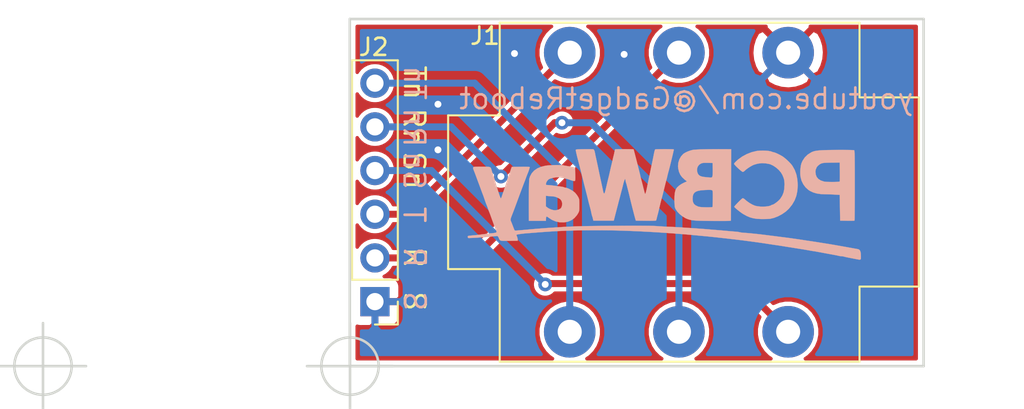
<source format=kicad_pcb>
(kicad_pcb (version 20171130) (host pcbnew "(5.1.2-1)-1")

  (general
    (thickness 1.6)
    (drawings 19)
    (tracks 30)
    (zones 0)
    (modules 3)
    (nets 7)
  )

  (page A4)
  (layers
    (0 F.Cu signal)
    (31 B.Cu signal)
    (32 B.Adhes user hide)
    (33 F.Adhes user hide)
    (34 B.Paste user hide)
    (35 F.Paste user)
    (36 B.SilkS user)
    (37 F.SilkS user)
    (38 B.Mask user hide)
    (39 F.Mask user hide)
    (40 Dwgs.User user hide)
    (41 Cmts.User user hide)
    (42 Eco1.User user hide)
    (43 Eco2.User user hide)
    (44 Edge.Cuts user)
    (45 Margin user hide)
    (46 B.CrtYd user hide)
    (47 F.CrtYd user hide)
    (48 B.Fab user hide)
    (49 F.Fab user hide)
  )

  (setup
    (last_trace_width 0.4064)
    (user_trace_width 0.2032)
    (user_trace_width 0.254)
    (user_trace_width 0.3048)
    (user_trace_width 0.4064)
    (user_trace_width 0.6096)
    (user_trace_width 1.016)
    (trace_clearance 0.2)
    (zone_clearance 0.508)
    (zone_45_only no)
    (trace_min 0.1524)
    (via_size 0.8)
    (via_drill 0.4)
    (via_min_size 0.658)
    (via_min_drill 0.3)
    (uvia_size 0.3)
    (uvia_drill 0.1)
    (uvias_allowed no)
    (uvia_min_size 0.2)
    (uvia_min_drill 0.1)
    (edge_width 0.15)
    (segment_width 0.2)
    (pcb_text_width 0.3)
    (pcb_text_size 1.5 1.5)
    (mod_edge_width 0.15)
    (mod_text_size 0.8 0.8)
    (mod_text_width 0.15)
    (pad_size 1.7 1.7)
    (pad_drill 1)
    (pad_to_mask_clearance 0)
    (aux_axis_origin 184.15 137.021)
    (grid_origin 184.15 137.021)
    (visible_elements FFFFFF7F)
    (pcbplotparams
      (layerselection 0x010f0_ffffffff)
      (usegerberextensions false)
      (usegerberattributes false)
      (usegerberadvancedattributes false)
      (creategerberjobfile false)
      (excludeedgelayer true)
      (linewidth 0.152400)
      (plotframeref false)
      (viasonmask false)
      (mode 1)
      (useauxorigin false)
      (hpglpennumber 1)
      (hpglpenspeed 20)
      (hpglpendiameter 15.000000)
      (psnegative false)
      (psa4output false)
      (plotreference true)
      (plotvalue false)
      (plotinvisibletext false)
      (padsonsilk false)
      (subtractmaskfromsilk false)
      (outputformat 1)
      (mirror false)
      (drillshape 0)
      (scaleselection 1)
      (outputdirectory "Output/"))
  )

  (net 0 "")
  (net 1 "Net-(J1-PadR)")
  (net 2 "Net-(J1-PadS)")
  (net 3 "Net-(J1-PadT)")
  (net 4 "Net-(J1-PadRN)")
  (net 5 "Net-(J1-PadSN)")
  (net 6 "Net-(J1-PadTN)")

  (net_class Default "This is the default net class."
    (clearance 0.2)
    (trace_width 0.25)
    (via_dia 0.8)
    (via_drill 0.4)
    (uvia_dia 0.3)
    (uvia_drill 0.1)
    (add_net "Net-(J1-PadR)")
    (add_net "Net-(J1-PadRN)")
    (add_net "Net-(J1-PadS)")
    (add_net "Net-(J1-PadSN)")
    (add_net "Net-(J1-PadT)")
    (add_net "Net-(J1-PadTN)")
  )

  (net_class PWR ""
    (clearance 0.254)
    (trace_width 0.508)
    (via_dia 0.8)
    (via_drill 0.4)
    (uvia_dia 0.3)
    (uvia_drill 0.1)
  )

  (net_class Signals ""
    (clearance 0.254)
    (trace_width 0.4064)
    (via_dia 0.8)
    (via_drill 0.4)
    (uvia_dia 0.3)
    (uvia_drill 0.1)
  )

  (module "_Custom_Footprints:pcb way logo" locked (layer B.Cu) (tedit 0) (tstamp 601A8939)
    (at 202.436 128.296 180)
    (fp_text reference G*** (at 0 0) (layer B.SilkS) hide
      (effects (font (size 1.524 1.524) (thickness 0.3)) (justify mirror))
    )
    (fp_text value LOGO (at 0.75 0) (layer B.SilkS) hide
      (effects (font (size 1.524 1.524) (thickness 0.3)) (justify mirror))
    )
    (fp_poly (pts (xy -5.560911 3.803272) (xy -5.401501 3.788201) (xy -5.361481 3.782119) (xy -5.076571 3.712881)
      (xy -4.795154 3.603568) (xy -4.529552 3.460411) (xy -4.292089 3.289645) (xy -4.172403 3.180698)
      (xy -4.104182 3.111351) (xy -4.067054 3.067069) (xy -4.056004 3.037177) (xy -4.066021 3.011004)
      (xy -4.082614 2.98951) (xy -4.145914 2.918544) (xy -4.226202 2.837772) (xy -4.314442 2.755176)
      (xy -4.401595 2.678736) (xy -4.478625 2.616435) (xy -4.536493 2.576255) (xy -4.562821 2.5654)
      (xy -4.611019 2.583036) (xy -4.669978 2.627085) (xy -4.687898 2.644802) (xy -4.765385 2.713937)
      (xy -4.873187 2.793114) (xy -4.995161 2.871822) (xy -5.115163 2.939552) (xy -5.204077 2.980846)
      (xy -5.433434 3.047431) (xy -5.676004 3.074538) (xy -5.9055 3.060961) (xy -6.008013 3.043887)
      (xy -6.095873 3.026926) (xy -6.152947 3.013246) (xy -6.1595 3.01109) (xy -6.334764 2.928043)
      (xy -6.505094 2.813034) (xy -6.658737 2.676321) (xy -6.783938 2.528159) (xy -6.859486 2.4003)
      (xy -6.918748 2.264428) (xy -6.956631 2.151699) (xy -6.977719 2.041597) (xy -6.986598 1.913602)
      (xy -6.987951 1.825497) (xy -6.975849 1.585018) (xy -6.935027 1.377938) (xy -6.862071 1.193607)
      (xy -6.753568 1.021377) (xy -6.714078 0.971088) (xy -6.653022 0.907088) (xy -6.572446 0.836536)
      (xy -6.484014 0.768037) (xy -6.399391 0.710197) (xy -6.33024 0.671621) (xy -6.292974 0.6604)
      (xy -6.243816 0.646042) (xy -6.23443 0.639417) (xy -6.162525 0.601646) (xy -6.051915 0.573469)
      (xy -5.913856 0.555281) (xy -5.759604 0.547474) (xy -5.600413 0.550441) (xy -5.447539 0.564576)
      (xy -5.312237 0.59027) (xy -5.260917 0.605425) (xy -5.107137 0.671914) (xy -4.942548 0.767067)
      (xy -4.78661 0.878755) (xy -4.69571 0.957705) (xy -4.628347 1.011261) (xy -4.571856 1.036723)
      (xy -4.55601 1.037218) (xy -4.52428 1.017224) (xy -4.467719 0.968773) (xy -4.394591 0.900253)
      (xy -4.313161 0.820054) (xy -4.231693 0.736565) (xy -4.158452 0.658174) (xy -4.101702 0.59327)
      (xy -4.069709 0.550244) (xy -4.065589 0.539418) (xy -4.086112 0.510392) (xy -4.139138 0.459079)
      (xy -4.215794 0.392666) (xy -4.307208 0.31834) (xy -4.404508 0.243287) (xy -4.498819 0.174696)
      (xy -4.581271 0.119752) (xy -4.591249 0.113626) (xy -4.791482 0.003248) (xy -4.983731 -0.077389)
      (xy -5.181082 -0.131596) (xy -5.396619 -0.162684) (xy -5.64343 -0.173966) (xy -5.7277 -0.173965)
      (xy -5.862372 -0.172168) (xy -5.983352 -0.169393) (xy -6.07926 -0.165985) (xy -6.138712 -0.162287)
      (xy -6.1468 -0.161319) (xy -6.375963 -0.106574) (xy -6.613318 -0.013754) (xy -6.844756 0.109575)
      (xy -7.056167 0.255847) (xy -7.23344 0.417494) (xy -7.2406 0.425239) (xy -7.431262 0.662584)
      (xy -7.575989 0.91087) (xy -7.676975 1.175961) (xy -7.736416 1.463719) (xy -7.756507 1.78001)
      (xy -7.756496 1.8034) (xy -7.736786 2.124543) (xy -7.679727 2.414522) (xy -7.584026 2.67796)
      (xy -7.448391 2.919476) (xy -7.441557 2.929567) (xy -7.361341 3.030988) (xy -7.252021 3.147527)
      (xy -7.127068 3.266597) (xy -6.999958 3.37561) (xy -6.884164 3.461979) (xy -6.8453 3.486617)
      (xy -6.739634 3.545704) (xy -6.62761 3.602647) (xy -6.520935 3.652104) (xy -6.431316 3.688736)
      (xy -6.370457 3.7072) (xy -6.359195 3.7084) (xy -6.307149 3.719548) (xy -6.279806 3.731066)
      (xy -6.187409 3.762905) (xy -6.057033 3.786728) (xy -5.900965 3.801853) (xy -5.731495 3.807595)
      (xy -5.560911 3.803272)) (layer B.SilkS) (width 0.01))
    (fp_poly (pts (xy 2.532456 3.889832) (xy 2.657716 3.888599) (xy 2.760042 3.886628) (xy 2.830218 3.883908)
      (xy 2.859028 3.880425) (xy 2.859131 3.880335) (xy 2.870932 3.849669) (xy 2.886371 3.786168)
      (xy 2.894808 3.743361) (xy 2.914947 3.643707) (xy 2.937976 3.544555) (xy 2.944905 3.5179)
      (xy 2.967687 3.428532) (xy 2.992133 3.324997) (xy 3.000082 3.2893) (xy 3.021346 3.193811)
      (xy 3.042446 3.102438) (xy 3.0494 3.0734) (xy 3.069674 2.990274) (xy 3.093142 2.894069)
      (xy 3.098966 2.8702) (xy 3.119846 2.781561) (xy 3.144823 2.671285) (xy 3.162504 2.5908)
      (xy 3.186527 2.483626) (xy 3.217016 2.353188) (xy 3.247891 2.225449) (xy 3.251763 2.2098)
      (xy 3.279067 2.09902) (xy 3.304077 1.996127) (xy 3.322385 1.91929) (xy 3.325692 1.905)
      (xy 3.370361 1.711357) (xy 3.405943 1.562349) (xy 3.434031 1.452947) (xy 3.456219 1.378121)
      (xy 3.474099 1.332842) (xy 3.489267 1.312082) (xy 3.503315 1.31081) (xy 3.511903 1.317344)
      (xy 3.532784 1.356941) (xy 3.552951 1.423368) (xy 3.556475 1.439407) (xy 3.566748 1.489444)
      (xy 3.578581 1.54598) (xy 3.59377 1.617408) (xy 3.614111 1.712121) (xy 3.6414 1.838512)
      (xy 3.677433 2.004974) (xy 3.683288 2.032) (xy 3.72666 2.233467) (xy 3.769819 2.436234)
      (xy 3.808996 2.622505) (xy 3.836623 2.7559) (xy 3.852659 2.832388) (xy 3.876453 2.943748)
      (xy 3.904813 3.075248) (xy 3.934547 3.212156) (xy 3.962463 3.339738) (xy 3.985368 3.443262)
      (xy 3.990713 3.4671) (xy 4.010052 3.559329) (xy 4.026819 3.649305) (xy 4.028207 3.6576)
      (xy 4.055076 3.774527) (xy 4.089715 3.85244) (xy 4.129567 3.885945) (xy 4.136931 3.886841)
      (xy 4.345495 3.88905) (xy 4.54253 3.889209) (xy 4.721766 3.88747) (xy 4.876936 3.883988)
      (xy 5.001773 3.878914) (xy 5.090008 3.872402) (xy 5.135374 3.864605) (xy 5.139404 3.862356)
      (xy 5.145247 3.849252) (xy 5.146076 3.823156) (xy 5.140926 3.779807) (xy 5.128834 3.714939)
      (xy 5.108838 3.624291) (xy 5.079975 3.503597) (xy 5.04128 3.348596) (xy 4.991792 3.155022)
      (xy 4.930548 2.918613) (xy 4.898082 2.794) (xy 4.865476 2.667856) (xy 4.83542 2.549524)
      (xy 4.811568 2.453503) (xy 4.798909 2.4003) (xy 4.775787 2.303417) (xy 4.750453 2.204447)
      (xy 4.748478 2.1971) (xy 4.72461 2.105348) (xy 4.702627 2.015622) (xy 4.700529 2.0066)
      (xy 4.684254 1.939014) (xy 4.659926 1.841453) (xy 4.632337 1.733091) (xy 4.627545 1.7145)
      (xy 4.574801 1.509431) (xy 4.526752 1.320887) (xy 4.485181 1.155968) (xy 4.451871 1.021776)
      (xy 4.428604 0.925408) (xy 4.420272 0.889) (xy 4.40403 0.821688) (xy 4.378762 0.72453)
      (xy 4.349429 0.61652) (xy 4.343963 0.5969) (xy 4.313978 0.486584) (xy 4.286853 0.381281)
      (xy 4.267782 0.301257) (xy 4.265814 0.2921) (xy 4.247455 0.204485) (xy 4.230429 0.123255)
      (xy 4.228551 0.1143) (xy 4.209852 0.04085) (xy 4.19199 -0.0127) (xy 4.173206 -0.070618)
      (xy 4.153088 -0.148808) (xy 4.149453 -0.1651) (xy 4.1275 -0.2667) (xy 2.938047 -0.2667)
      (xy 2.893177 -0.0889) (xy 2.868086 0.009446) (xy 2.83473 0.138709) (xy 2.797818 0.280692)
      (xy 2.76824 0.3937) (xy 2.735111 0.520353) (xy 2.704769 0.637322) (xy 2.680656 0.731281)
      (xy 2.666575 0.7874) (xy 2.644522 0.873764) (xy 2.619149 0.967425) (xy 2.6162 0.9779)
      (xy 2.591168 1.069487) (xy 2.568004 1.159124) (xy 2.56572 1.1684) (xy 2.548617 1.235871)
      (xy 2.523171 1.333261) (xy 2.494379 1.441473) (xy 2.489262 1.4605) (xy 2.458044 1.578672)
      (xy 2.427239 1.699113) (xy 2.403136 1.797197) (xy 2.401672 1.8034) (xy 2.366409 1.941706)
      (xy 2.333436 2.049421) (xy 2.304562 2.122787) (xy 2.281593 2.158044) (xy 2.266338 2.151435)
      (xy 2.260605 2.0992) (xy 2.2606 2.096696) (xy 2.250875 2.020759) (xy 2.237845 1.976046)
      (xy 2.216552 1.912822) (xy 2.193209 1.831697) (xy 2.18914 1.8161) (xy 2.164181 1.718938)
      (xy 2.138513 1.619802) (xy 2.136715 1.6129) (xy 2.105263 1.490582) (xy 2.071717 1.357498)
      (xy 2.040364 1.230881) (xy 2.015491 1.127962) (xy 2.00715 1.0922) (xy 1.979587 0.975023)
      (xy 1.9433 0.825859) (xy 1.901119 0.655861) (xy 1.855878 0.476179) (xy 1.810407 0.297964)
      (xy 1.767539 0.132369) (xy 1.730106 -0.009457) (xy 1.700939 -0.116362) (xy 1.694299 -0.1397)
      (xy 1.657617 -0.2667) (xy 1.069491 -0.273519) (xy 0.872546 -0.275198) (xy 0.721329 -0.274957)
      (xy 0.610798 -0.27258) (xy 0.535909 -0.267853) (xy 0.491621 -0.260563) (xy 0.47289 -0.250495)
      (xy 0.471765 -0.248119) (xy 0.460509 -0.205967) (xy 0.442497 -0.134359) (xy 0.431364 -0.0889)
      (xy 0.408486 0.002528) (xy 0.386331 0.086547) (xy 0.378578 0.1143) (xy 0.363845 0.169982)
      (xy 0.341079 0.261377) (xy 0.313671 0.3747) (xy 0.291144 0.4699) (xy 0.259688 0.604058)
      (xy 0.236509 0.70208) (xy 0.218289 0.777292) (xy 0.201711 0.843018) (xy 0.183458 0.912583)
      (xy 0.160214 0.999311) (xy 0.148882 1.0414) (xy 0.117117 1.160106) (xy 0.0908 1.260746)
      (xy 0.064449 1.364659) (xy 0.032584 1.493186) (xy 0.026561 1.51765) (xy 0.001936 1.617732)
      (xy -0.023503 1.721121) (xy -0.026562 1.73355) (xy -0.062832 1.879468) (xy -0.091806 1.99217)
      (xy -0.117699 2.087917) (xy -0.126945 2.1209) (xy -0.151296 2.214274) (xy -0.175148 2.316539)
      (xy -0.179472 2.3368) (xy -0.202089 2.433961) (xy -0.230564 2.541967) (xy -0.240947 2.5781)
      (xy -0.261252 2.650877) (xy -0.288878 2.756031) (xy -0.321933 2.885733) (xy -0.35852 3.032157)
      (xy -0.396745 3.187475) (xy -0.434712 3.343858) (xy -0.470528 3.49348) (xy -0.502296 3.628511)
      (xy -0.528122 3.741125) (xy -0.546111 3.823494) (xy -0.554369 3.86779) (xy -0.554459 3.873179)
      (xy -0.523918 3.878961) (xy -0.45192 3.883555) (xy -0.347737 3.886966) (xy -0.220638 3.889198)
      (xy -0.079893 3.890258) (xy 0.065228 3.890149) (xy 0.205456 3.888878) (xy 0.33152 3.886448)
      (xy 0.434151 3.882866) (xy 0.504078 3.878137) (xy 0.53178 3.87258) (xy 0.547402 3.846288)
      (xy 0.564882 3.793606) (xy 0.585844 3.708127) (xy 0.611912 3.58344) (xy 0.634504 3.4671)
      (xy 0.654403 3.365556) (xy 0.680383 3.237027) (xy 0.708666 3.099806) (xy 0.735475 2.97219)
      (xy 0.757031 2.872473) (xy 0.760377 2.8575) (xy 0.77832 2.774039) (xy 0.799698 2.669324)
      (xy 0.812631 2.6035) (xy 0.832633 2.503627) (xy 0.852741 2.409423) (xy 0.8636 2.3622)
      (xy 0.880611 2.286843) (xy 0.901294 2.187928) (xy 0.914568 2.1209) (xy 0.934794 2.017764)
      (xy 0.955077 1.917249) (xy 0.965565 1.8669) (xy 0.982392 1.78543) (xy 1.003342 1.680704)
      (xy 1.018543 1.60292) (xy 1.040573 1.500504) (xy 1.065117 1.403678) (xy 1.081736 1.34892)
      (xy 1.101631 1.298561) (xy 1.116971 1.287401) (xy 1.133013 1.318881) (xy 1.155009 1.396442)
      (xy 1.155156 1.397) (xy 1.173674 1.466752) (xy 1.195299 1.547245) (xy 1.195882 1.5494)
      (xy 1.218315 1.636652) (xy 1.240966 1.730949) (xy 1.243013 1.7399) (xy 1.260969 1.814112)
      (xy 1.287227 1.916925) (xy 1.316569 2.027975) (xy 1.321081 2.0447) (xy 1.350151 2.155161)
      (xy 1.376501 2.260569) (xy 1.395068 2.340579) (xy 1.396944 2.3495) (xy 1.409668 2.405685)
      (xy 1.43209 2.498761) (xy 1.462353 2.621461) (xy 1.498601 2.766515) (xy 1.538978 2.926655)
      (xy 1.581626 3.094614) (xy 1.624689 3.263123) (xy 1.666311 3.424914) (xy 1.704635 3.572717)
      (xy 1.737804 3.699266) (xy 1.763962 3.797292) (xy 1.781252 3.859527) (xy 1.787604 3.878872)
      (xy 1.815362 3.882449) (xy 1.884695 3.885376) (xy 1.986389 3.887641) (xy 2.111228 3.889232)
      (xy 2.249996 3.890136) (xy 2.393477 3.89034) (xy 2.532456 3.889832)) (layer B.SilkS) (width 0.01))
    (fp_poly (pts (xy -10.126591 3.844228) (xy -9.929313 3.843139) (xy -9.735945 3.841192) (xy -9.553325 3.838394)
      (xy -9.38829 3.834755) (xy -9.247678 3.830284) (xy -9.138327 3.824989) (xy -9.1313 3.824541)
      (xy -8.956587 3.810675) (xy -8.820741 3.793302) (xy -8.711841 3.770008) (xy -8.617965 3.738376)
      (xy -8.5471 3.706161) (xy -8.339348 3.575875) (xy -8.169537 3.411834) (xy -8.037919 3.214314)
      (xy -7.972923 3.067989) (xy -7.940297 2.945556) (xy -7.917438 2.789796) (xy -7.905442 2.617438)
      (xy -7.905406 2.44521) (xy -7.918428 2.289839) (xy -7.920839 2.273633) (xy -7.978841 2.053731)
      (xy -8.078306 1.848794) (xy -8.213134 1.667826) (xy -8.377223 1.519831) (xy -8.473314 1.458208)
      (xy -8.658103 1.371987) (xy -8.859803 1.312819) (xy -9.08855 1.278442) (xy -9.331367 1.266769)
      (xy -9.489371 1.263875) (xy -9.664856 1.258708) (xy -9.831707 1.252114) (xy -9.9187 1.247719)
      (xy -10.1981 1.2319) (xy -10.2235 -0.2667) (xy -10.631411 -0.273655) (xy -10.77054 -0.27497)
      (xy -10.891505 -0.274108) (xy -10.985333 -0.271294) (xy -11.04305 -0.266751) (xy -11.056861 -0.263072)
      (xy -11.059598 -0.235523) (xy -11.062204 -0.161025) (xy -11.064646 -0.04343) (xy -11.066891 0.113411)
      (xy -11.068906 0.305646) (xy -11.070657 0.529424) (xy -11.072113 0.780894) (xy -11.073239 1.056204)
      (xy -11.074003 1.351503) (xy -11.074371 1.662939) (xy -11.0744 1.780735) (xy -11.074244 2.164842)
      (xy -11.074084 2.273478) (xy -10.206686 2.273478) (xy -10.205711 2.153396) (xy -10.203623 2.065736)
      (xy -10.200501 2.018535) (xy -10.19943 2.013607) (xy -10.170509 2.001425) (xy -10.100654 1.991956)
      (xy -9.999658 1.985252) (xy -9.87732 1.981367) (xy -9.743433 1.980352) (xy -9.607793 1.98226)
      (xy -9.480196 1.987143) (xy -9.370437 1.995054) (xy -9.288312 2.006046) (xy -9.275898 2.008657)
      (xy -9.094353 2.069302) (xy -8.955111 2.157988) (xy -8.857953 2.274965) (xy -8.802659 2.420484)
      (xy -8.7884 2.56289) (xy -8.792343 2.646367) (xy -8.802568 2.7078) (xy -8.8138 2.7305)
      (xy -8.835581 2.766536) (xy -8.8392 2.792544) (xy -8.857061 2.834911) (xy -8.902809 2.893041)
      (xy -8.940235 2.930168) (xy -9.005333 2.985814) (xy -9.066813 3.028095) (xy -9.133035 3.058917)
      (xy -9.21236 3.080186) (xy -9.313151 3.093808) (xy -9.443767 3.101691) (xy -9.612571 3.105741)
      (xy -9.7155 3.106939) (xy -10.1981 3.1115) (xy -10.204983 2.578757) (xy -10.20647 2.417944)
      (xy -10.206686 2.273478) (xy -11.074084 2.273478) (xy -11.073747 2.500914) (xy -11.072867 2.791711)
      (xy -11.071559 3.039997) (xy -11.069782 3.248535) (xy -11.067493 3.420088) (xy -11.064649 3.557417)
      (xy -11.061207 3.663286) (xy -11.057123 3.740457) (xy -11.052356 3.791693) (xy -11.046863 3.819757)
      (xy -11.04265 3.827039) (xy -11.009458 3.832215) (xy -10.932311 3.83647) (xy -10.818049 3.839811)
      (xy -10.673508 3.842249) (xy -10.505526 3.843791) (xy -10.320941 3.844448) (xy -10.126591 3.844228)) (layer B.SilkS) (width 0.01))
    (fp_poly (pts (xy -2.826161 3.888604) (xy -2.547899 3.885702) (xy -2.298297 3.881231) (xy -2.081536 3.875271)
      (xy -1.901796 3.867901) (xy -1.76326 3.859201) (xy -1.670106 3.849252) (xy -1.652043 3.846118)
      (xy -1.511814 3.809359) (xy -1.36666 3.756716) (xy -1.233173 3.695249) (xy -1.127946 3.632021)
      (xy -1.102665 3.612326) (xy -0.971639 3.468909) (xy -0.874304 3.295237) (xy -0.814414 3.102098)
      (xy -0.795727 2.90028) (xy -0.808041 2.766075) (xy -0.85569 2.566701) (xy -0.928239 2.401811)
      (xy -1.03359 2.258017) (xy -1.179645 2.121929) (xy -1.19592 2.108919) (xy -1.314522 2.015169)
      (xy -1.149826 1.94342) (xy -0.999404 1.865906) (xy -0.86345 1.773398) (xy -0.754307 1.675281)
      (xy -0.692679 1.595897) (xy -0.643674 1.485989) (xy -0.610219 1.343592) (xy -0.591599 1.163695)
      (xy -0.587101 0.94129) (xy -0.588446 0.8636) (xy -0.592987 0.719002) (xy -0.59942 0.614043)
      (xy -0.609397 0.537564) (xy -0.624572 0.478406) (xy -0.646597 0.425408) (xy -0.656151 0.4064)
      (xy -0.753876 0.260044) (xy -0.889112 0.116632) (xy -1.049198 -0.012941) (xy -1.221469 -0.117778)
      (xy -1.31437 -0.159979) (xy -1.391698 -0.188515) (xy -1.470346 -0.212198) (xy -1.55594 -0.231518)
      (xy -1.654109 -0.246962) (xy -1.770477 -0.259017) (xy -1.910673 -0.268171) (xy -2.080323 -0.274912)
      (xy -2.285053 -0.279728) (xy -2.530491 -0.283105) (xy -2.757815 -0.285084) (xy -2.977534 -0.286331)
      (xy -3.18365 -0.286837) (xy -3.370072 -0.286637) (xy -3.530713 -0.285766) (xy -3.659482 -0.284259)
      (xy -3.750292 -0.28215) (xy -3.797052 -0.279474) (xy -3.799215 -0.279151) (xy -3.8735 -0.266203)
      (xy -3.878041 1.184547) (xy -2.818582 1.184547) (xy -2.817073 1.021154) (xy -2.816858 1.00502)
      (xy -2.814295 0.856885) (xy -2.810974 0.726325) (xy -2.807198 0.621829) (xy -2.803269 0.551884)
      (xy -2.7998 0.525388) (xy -2.771866 0.518289) (xy -2.702553 0.512947) (xy -2.601262 0.509762)
      (xy -2.477397 0.509135) (xy -2.429524 0.509607) (xy -2.265057 0.513623) (xy -2.14102 0.521235)
      (xy -2.047109 0.533535) (xy -1.973015 0.551613) (xy -1.9466 0.560712) (xy -1.812717 0.625543)
      (xy -1.721436 0.707944) (xy -1.66763 0.815751) (xy -1.646173 0.956802) (xy -1.64544 1.021055)
      (xy -1.656934 1.158) (xy -1.689294 1.267668) (xy -1.747132 1.353053) (xy -1.835059 1.417148)
      (xy -1.957686 1.462946) (xy -2.119625 1.493441) (xy -2.325487 1.511627) (xy -2.407225 1.515575)
      (xy -2.557358 1.520242) (xy -2.663947 1.519852) (xy -2.734033 1.51405) (xy -2.774655 1.502482)
      (xy -2.783707 1.496603) (xy -2.797929 1.477928) (xy -2.808051 1.444461) (xy -2.814549 1.389125)
      (xy -2.8179 1.304845) (xy -2.818582 1.184547) (xy -3.878041 1.184547) (xy -3.879999 1.809999)
      (xy -3.88244 2.590112) (xy -2.813181 2.590112) (xy -2.810644 2.467993) (xy -2.805187 2.370719)
      (xy -2.797283 2.309616) (xy -2.79461 2.300304) (xy -2.783084 2.271876) (xy -2.768266 2.252865)
      (xy -2.741647 2.242352) (xy -2.694719 2.239416) (xy -2.618975 2.243138) (xy -2.505906 2.252598)
      (xy -2.422709 2.260096) (xy -2.259121 2.280214) (xy -2.137508 2.309326) (xy -2.049305 2.351297)
      (xy -1.985948 2.409991) (xy -1.945487 2.475399) (xy -1.902792 2.61068) (xy -1.902858 2.746357)
      (xy -1.942613 2.871848) (xy -2.018982 2.976572) (xy -2.109711 3.041016) (xy -2.165453 3.066011)
      (xy -2.221264 3.081986) (xy -2.289857 3.090538) (xy -2.383946 3.093267) (xy -2.513896 3.091816)
      (xy -2.805291 3.0861) (xy -2.812327 2.725754) (xy -2.813181 2.590112) (xy -3.88244 2.590112)
      (xy -3.886497 3.8862) (xy -3.791099 3.887089) (xy -3.451942 3.889377) (xy -3.128903 3.889855)
      (xy -2.826161 3.888604)) (layer B.SilkS) (width 0.01))
    (fp_poly (pts (xy 6.374051 2.963366) (xy 6.534973 2.958054) (xy 6.687105 2.949813) (xy 6.818563 2.938907)
      (xy 6.9088 2.927132) (xy 7.166464 2.864128) (xy 7.386143 2.769718) (xy 7.56685 2.644696)
      (xy 7.707601 2.489858) (xy 7.807409 2.305998) (xy 7.85082 2.167245) (xy 7.856694 2.116434)
      (xy 7.861997 2.019777) (xy 7.866681 1.882223) (xy 7.870695 1.708723) (xy 7.873989 1.504228)
      (xy 7.876515 1.273689) (xy 7.878221 1.022055) (xy 7.879059 0.754277) (xy 7.878978 0.475307)
      (xy 7.877928 0.190094) (xy 7.87586 -0.096411) (xy 7.874744 -0.20955) (xy 7.874 -0.2794)
      (xy 6.8834 -0.2794) (xy 6.881614 -0.18415) (xy 6.875988 -0.087279) (xy 6.859568 -0.037279)
      (xy 6.826213 -0.030437) (xy 6.769778 -0.063037) (xy 6.730917 -0.093022) (xy 6.528512 -0.224926)
      (xy 6.305413 -0.316199) (xy 6.070831 -0.364866) (xy 5.833973 -0.368954) (xy 5.620289 -0.331176)
      (xy 5.41391 -0.248277) (xy 5.235986 -0.123391) (xy 5.087186 0.042941) (xy 5.014508 0.158159)
      (xy 4.984619 0.214355) (xy 4.964065 0.263604) (xy 4.951101 0.317165) (xy 4.943982 0.386294)
      (xy 4.940965 0.482249) (xy 4.940303 0.616287) (xy 4.9403 0.637007) (xy 4.940719 0.754567)
      (xy 5.939747 0.754567) (xy 5.945868 0.621594) (xy 5.949934 0.60325) (xy 5.985283 0.499964)
      (xy 6.038919 0.43254) (xy 6.124436 0.386614) (xy 6.169343 0.371435) (xy 6.275488 0.343441)
      (xy 6.362466 0.335245) (xy 6.453554 0.346858) (xy 6.54929 0.371648) (xy 6.64924 0.40918)
      (xy 6.745627 0.459168) (xy 6.78815 0.488082) (xy 6.8834 0.563069) (xy 6.8834 1.175704)
      (xy 6.67385 1.156668) (xy 6.571854 1.147871) (xy 6.486772 1.141384) (xy 6.433388 1.138311)
      (xy 6.4262 1.138211) (xy 6.363068 1.126765) (xy 6.274708 1.096245) (xy 6.179029 1.054403)
      (xy 6.093942 1.008994) (xy 6.041338 0.971591) (xy 5.972709 0.875821) (xy 5.939747 0.754567)
      (xy 4.940719 0.754567) (xy 4.940799 0.776953) (xy 4.943465 0.877469) (xy 4.950044 0.949922)
      (xy 4.962286 1.00568) (xy 4.98194 1.056111) (xy 5.010753 1.112582) (xy 5.014534 1.119607)
      (xy 5.077448 1.217687) (xy 5.1574 1.318344) (xy 5.205034 1.368558) (xy 5.285856 1.433962)
      (xy 5.389578 1.501342) (xy 5.502645 1.563625) (xy 5.6115 1.613736) (xy 5.702589 1.644604)
      (xy 5.746355 1.651) (xy 5.803451 1.659476) (xy 5.83057 1.67261) (xy 5.865458 1.685566)
      (xy 5.937495 1.701337) (xy 6.033337 1.717163) (xy 6.0706 1.722278) (xy 6.205962 1.739909)
      (xy 6.35533 1.759424) (xy 6.486908 1.776669) (xy 6.4897 1.777036) (xy 6.600417 1.789978)
      (xy 6.704469 1.799414) (xy 6.781362 1.803521) (xy 6.78815 1.803568) (xy 6.851035 1.807548)
      (xy 6.877931 1.826093) (xy 6.8834 1.865449) (xy 6.863629 1.950347) (xy 6.812914 2.041152)
      (xy 6.744146 2.118098) (xy 6.697419 2.150531) (xy 6.612845 2.183516) (xy 6.497012 2.21509)
      (xy 6.369385 2.241073) (xy 6.249429 2.257284) (xy 6.184899 2.2606) (xy 6.081305 2.252234)
      (xy 5.945471 2.229454) (xy 5.792701 2.195742) (xy 5.6383 2.154581) (xy 5.497572 2.109451)
      (xy 5.461 2.095925) (xy 5.373424 2.066142) (xy 5.290712 2.044044) (xy 5.267809 2.039656)
      (xy 5.216272 2.035367) (xy 5.191528 2.052825) (xy 5.179982 2.104872) (xy 5.177551 2.124899)
      (xy 5.174134 2.190438) (xy 5.173761 2.291548) (xy 5.176326 2.413097) (xy 5.180242 2.511177)
      (xy 5.1943 2.799853) (xy 5.2832 2.832329) (xy 5.353341 2.852546) (xy 5.452663 2.874639)
      (xy 5.559974 2.893905) (xy 5.5626 2.894313) (xy 5.677861 2.913091) (xy 5.793439 2.93341)
      (xy 5.8801 2.950033) (xy 5.957361 2.959082) (xy 6.073362 2.964145) (xy 6.216219 2.965484)
      (xy 6.374051 2.963366)) (layer B.SilkS) (width 0.01))
    (fp_poly (pts (xy 10.941751 2.86953) (xy 11.034044 2.863302) (xy 11.090937 2.848355) (xy 11.117548 2.821094)
      (xy 11.118996 2.777928) (xy 11.1004 2.715261) (xy 11.06688 2.629502) (xy 11.046612 2.5781)
      (xy 11.003013 2.464628) (xy 10.960072 2.350996) (xy 10.926076 2.259161) (xy 10.922 2.2479)
      (xy 10.890423 2.161388) (xy 10.849025 2.049481) (xy 10.805991 1.934288) (xy 10.799753 1.9177)
      (xy 10.752167 1.790368) (xy 10.700245 1.650019) (xy 10.655045 1.526542) (xy 10.654122 1.524)
      (xy 10.616622 1.421965) (xy 10.581593 1.328856) (xy 10.555917 1.262934) (xy 10.553619 1.2573)
      (xy 10.530664 1.197148) (xy 10.498007 1.106187) (xy 10.461877 1.001846) (xy 10.453769 0.9779)
      (xy 10.416205 0.867189) (xy 10.388152 0.787235) (xy 10.363191 0.720559) (xy 10.3349 0.649682)
      (xy 10.318485 0.6096) (xy 10.294763 0.548093) (xy 10.263994 0.46356) (xy 10.248367 0.4191)
      (xy 10.216029 0.328884) (xy 10.184411 0.245514) (xy 10.172459 0.2159) (xy 10.13949 0.133185)
      (xy 10.113576 0.0635) (xy 10.060957 -0.083985) (xy 10.005294 -0.238058) (xy 9.949596 -0.3906)
      (xy 9.896869 -0.533493) (xy 9.850123 -0.658618) (xy 9.812364 -0.757855) (xy 9.786601 -0.823087)
      (xy 9.777295 -0.844205) (xy 9.754822 -0.894763) (xy 9.754404 -0.931413) (xy 9.782027 -0.957549)
      (xy 9.843676 -0.976565) (xy 9.945338 -0.991853) (xy 10.0584 -1.003577) (xy 10.154068 -1.013432)
      (xy 10.28116 -1.027601) (xy 10.420715 -1.043932) (xy 10.5156 -1.055489) (xy 10.689517 -1.076871)
      (xy 10.82766 -1.093239) (xy 10.944623 -1.106176) (xy 11.055002 -1.117266) (xy 11.173393 -1.12809)
      (xy 11.233149 -1.133294) (xy 11.332288 -1.142985) (xy 11.391112 -1.153508) (xy 11.420014 -1.168775)
      (xy 11.429385 -1.1927) (xy 11.429999 -1.207411) (xy 11.415964 -1.258174) (xy 11.394359 -1.278241)
      (xy 11.36101 -1.279792) (xy 11.2848 -1.277645) (xy 11.173489 -1.272337) (xy 11.03484 -1.264408)
      (xy 10.876613 -1.254396) (xy 10.706569 -1.24284) (xy 10.532471 -1.230279) (xy 10.36208 -1.217251)
      (xy 10.203156 -1.204296) (xy 10.063462 -1.191951) (xy 9.950758 -1.180756) (xy 9.8933 -1.174049)
      (xy 9.80487 -1.164727) (xy 9.733206 -1.160864) (xy 9.701121 -1.162365) (xy 9.670543 -1.189154)
      (xy 9.635625 -1.249055) (xy 9.616279 -1.295641) (xy 9.597266 -1.345398) (xy 9.576233 -1.383223)
      (xy 9.546533 -1.410619) (xy 9.501522 -1.429087) (xy 9.434553 -1.440129) (xy 9.338983 -1.445248)
      (xy 9.208164 -1.445945) (xy 9.035453 -1.443723) (xy 8.9662 -1.442572) (xy 8.5217 -1.4351)
      (xy 8.526639 -1.345472) (xy 8.541657 -1.259388) (xy 8.569789 -1.182194) (xy 8.59313 -1.126869)
      (xy 8.597948 -1.092496) (xy 8.597406 -1.091402) (xy 8.566632 -1.078136) (xy 8.494993 -1.062243)
      (xy 8.392259 -1.045187) (xy 8.268202 -1.028429) (xy 8.132591 -1.013435) (xy 8.001 -1.002085)
      (xy 7.880738 -0.993106) (xy 7.732557 -0.981733) (xy 7.579169 -0.969721) (xy 7.493 -0.96285)
      (xy 7.010429 -0.925824) (xy 6.563164 -0.89557) (xy 6.138348 -0.871582) (xy 5.723121 -0.853352)
      (xy 5.304626 -0.840373) (xy 4.870005 -0.832137) (xy 4.406399 -0.828138) (xy 4.064 -0.827582)
      (xy 3.70564 -0.828459) (xy 3.376837 -0.830693) (xy 3.068014 -0.834549) (xy 2.769592 -0.840297)
      (xy 2.471992 -0.848203) (xy 2.165636 -0.858535) (xy 1.840947 -0.871562) (xy 1.488346 -0.88755)
      (xy 1.098255 -0.906768) (xy 0.9398 -0.91489) (xy 0.623408 -0.932526) (xy 0.274421 -0.954221)
      (xy -0.095155 -0.979089) (xy -0.473314 -1.006244) (xy -0.84805 -1.034797) (xy -1.207356 -1.063862)
      (xy -1.539228 -1.092553) (xy -1.8161 -1.118453) (xy -1.964562 -1.132806) (xy -2.127038 -1.148199)
      (xy -2.277416 -1.16217) (xy -2.3368 -1.167572) (xy -2.514025 -1.184428) (xy -2.732042 -1.206598)
      (xy -2.981247 -1.232996) (xy -3.252037 -1.262535) (xy -3.534808 -1.294128) (xy -3.819957 -1.326689)
      (xy -4.097881 -1.35913) (xy -4.358976 -1.390366) (xy -4.593638 -1.419309) (xy -4.792265 -1.444872)
      (xy -4.81965 -1.448522) (xy -4.948405 -1.465751) (xy -5.091174 -1.484818) (xy -5.18795 -1.49772)
      (xy -5.472592 -1.536675) (xy -5.742159 -1.575588) (xy -5.8928 -1.598426) (xy -6.103288 -1.630921)
      (xy -6.273467 -1.656851) (xy -6.413186 -1.677699) (xy -6.532297 -1.694942) (xy -6.5786 -1.701473)
      (xy -6.700755 -1.719395) (xy -6.834931 -1.740296) (xy -6.9088 -1.752401) (xy -7.02736 -1.771951)
      (xy -7.154652 -1.792293) (xy -7.2263 -1.8034) (xy -7.344215 -1.821722) (xy -7.472588 -1.842243)
      (xy -7.5311 -1.851822) (xy -7.625804 -1.867225) (xy -7.749763 -1.886994) (xy -7.882022 -1.907799)
      (xy -7.9375 -1.91643) (xy -8.076352 -1.938647) (xy -8.225299 -1.963595) (xy -8.358626 -1.986937)
      (xy -8.396499 -1.99386) (xy -8.503232 -2.013103) (xy -8.599587 -2.029466) (xy -8.667548 -2.03991)
      (xy -8.675899 -2.040991) (xy -8.713272 -2.046171) (xy -8.766917 -2.054833) (xy -8.843103 -2.068099)
      (xy -8.948101 -2.087093) (xy -9.088178 -2.112939) (xy -9.269605 -2.146759) (xy -9.3472 -2.161281)
      (xy -9.460378 -2.182322) (xy -9.582291 -2.20476) (xy -9.6266 -2.212846) (xy -9.78495 -2.241744)
      (xy -9.902302 -2.263488) (xy -9.987668 -2.279849) (xy -10.050061 -2.292596) (xy -10.098493 -2.3035)
      (xy -10.137547 -2.313188) (xy -10.222708 -2.329583) (xy -10.302451 -2.336785) (xy -10.305207 -2.3368)
      (xy -10.389259 -2.344859) (xy -10.45466 -2.359459) (xy -10.522408 -2.377393) (xy -10.614094 -2.398167)
      (xy -10.668 -2.409133) (xy -10.754195 -2.425812) (xy -10.871623 -2.448549) (xy -11.001646 -2.473736)
      (xy -11.075636 -2.488073) (xy -11.215799 -2.515642) (xy -11.31334 -2.532315) (xy -11.375922 -2.534407)
      (xy -11.411207 -2.518235) (xy -11.426859 -2.480114) (xy -11.430538 -2.41636) (xy -11.429913 -2.32329)
      (xy -11.429906 -2.31775) (xy -11.422505 -2.162627) (xy -11.398697 -2.050643) (xy -11.35584 -1.976033)
      (xy -11.291294 -1.933037) (xy -11.248185 -1.921243) (xy -11.173025 -1.907653) (xy -11.076152 -1.890428)
      (xy -11.0236 -1.881187) (xy -10.912621 -1.861549) (xy -10.790409 -1.839613) (xy -10.73785 -1.830069)
      (xy -10.519036 -1.79046) (xy -10.293835 -1.750321) (xy -10.07161 -1.711273) (xy -9.861723 -1.674935)
      (xy -9.673534 -1.642929) (xy -9.516406 -1.616876) (xy -9.399701 -1.598394) (xy -9.398 -1.598137)
      (xy -9.279182 -1.579733) (xy -9.151668 -1.559339) (xy -9.0805 -1.547618) (xy -8.848233 -1.510123)
      (xy -8.590469 -1.470995) (xy -8.4328 -1.448164) (xy -8.310512 -1.430283) (xy -8.176216 -1.409896)
      (xy -8.1026 -1.398354) (xy -7.984204 -1.379923) (xy -7.850051 -1.359726) (xy -7.7597 -1.346534)
      (xy -7.63307 -1.328344) (xy -7.493061 -1.308145) (xy -7.4041 -1.295261) (xy -7.2849 -1.27858)
      (xy -7.146108 -1.260064) (xy -7.0231 -1.244389) (xy -6.891528 -1.227993) (xy -6.7471 -1.209736)
      (xy -6.6294 -1.194644) (xy -6.504381 -1.178577) (xy -6.360295 -1.160258) (xy -6.22935 -1.143779)
      (xy -6.092834 -1.126668) (xy -5.94003 -1.107434) (xy -5.81025 -1.091028) (xy -5.611587 -1.066931)
      (xy -5.399058 -1.043047) (xy -5.18541 -1.020659) (xy -4.983395 -1.001055) (xy -4.805763 -0.985521)
      (xy -4.665262 -0.975343) (xy -4.6609 -0.975084) (xy -4.552447 -0.966681) (xy -4.458922 -0.955795)
      (xy -4.395258 -0.944304) (xy -4.3815 -0.939959) (xy -4.333971 -0.928502) (xy -4.250626 -0.916483)
      (xy -4.146384 -0.905899) (xy -4.1021 -0.90251) (xy -3.967084 -0.892391) (xy -3.809864 -0.879425)
      (xy -3.658769 -0.865973) (xy -3.6195 -0.862256) (xy -3.485673 -0.849858) (xy -3.324313 -0.835644)
      (xy -3.158541 -0.821621) (xy -3.048 -0.812655) (xy -2.887342 -0.799751) (xy -2.708169 -0.785069)
      (xy -2.53639 -0.770746) (xy -2.4384 -0.762418) (xy -2.303186 -0.751343) (xy -2.136186 -0.73848)
      (xy -1.956314 -0.725246) (xy -1.782484 -0.713054) (xy -1.7399 -0.710182) (xy -1.564178 -0.698399)
      (xy -1.371013 -0.685368) (xy -1.181737 -0.672531) (xy -1.017682 -0.661333) (xy -0.9906 -0.659474)
      (xy -0.831218 -0.649552) (xy -0.643355 -0.639458) (xy -0.449316 -0.63031) (xy -0.271404 -0.623222)
      (xy -0.254 -0.622624) (xy -0.082693 -0.615607) (xy 0.103789 -0.605934) (xy 0.284472 -0.594807)
      (xy 0.438378 -0.583429) (xy 0.4572 -0.581832) (xy 0.558902 -0.575794) (xy 0.711224 -0.570909)
      (xy 0.913997 -0.567179) (xy 1.167054 -0.564605) (xy 1.470227 -0.563187) (xy 1.823348 -0.562927)
      (xy 2.226249 -0.563826) (xy 2.678763 -0.565884) (xy 2.8194 -0.566699) (xy 3.244497 -0.569491)
      (xy 3.624182 -0.572519) (xy 3.963842 -0.575927) (xy 4.268864 -0.579858) (xy 4.544637 -0.584457)
      (xy 4.796546 -0.589867) (xy 5.029981 -0.596232) (xy 5.250328 -0.603696) (xy 5.462974 -0.612402)
      (xy 5.673308 -0.622495) (xy 5.886716 -0.634118) (xy 6.108586 -0.647415) (xy 6.2992 -0.659576)
      (xy 6.544222 -0.675725) (xy 6.760931 -0.690472) (xy 6.959533 -0.704625) (xy 7.150233 -0.718991)
      (xy 7.343241 -0.734378) (xy 7.548761 -0.751594) (xy 7.777001 -0.771447) (xy 8.038167 -0.794743)
      (xy 8.255 -0.814346) (xy 8.412969 -0.828557) (xy 8.527733 -0.838136) (xy 8.606675 -0.843058)
      (xy 8.65718 -0.843297) (xy 8.686633 -0.83883) (xy 8.702418 -0.829631) (xy 8.711919 -0.815675)
      (xy 8.713456 -0.8128) (xy 8.731032 -0.772796) (xy 8.760765 -0.698334) (xy 8.797412 -0.602683)
      (xy 8.813821 -0.5588) (xy 8.852285 -0.457189) (xy 8.886587 -0.370198) (xy 8.911262 -0.311548)
      (xy 8.917372 -0.298794) (xy 8.933576 -0.262712) (xy 8.940378 -0.225145) (xy 8.935878 -0.177617)
      (xy 8.918179 -0.111648) (xy 8.885381 -0.018762) (xy 8.835587 0.109521) (xy 8.813494 0.1651)
      (xy 8.78775 0.231507) (xy 8.748976 0.333767) (xy 8.701601 0.460031) (xy 8.650052 0.598447)
      (xy 8.598756 0.737162) (xy 8.552143 0.864327) (xy 8.547783 0.8763) (xy 8.512579 0.972337)
      (xy 8.46743 1.094461) (xy 8.415499 1.234222) (xy 8.359952 1.38317) (xy 8.303953 1.532857)
      (xy 8.250667 1.674831) (xy 8.203258 1.800644) (xy 8.164892 1.901845) (xy 8.138732 1.969985)
      (xy 8.129203 1.9939) (xy 8.10913 2.044316) (xy 8.079028 2.123562) (xy 8.0518 2.1971)
      (xy 8.010221 2.310243) (xy 7.980629 2.389119) (xy 7.957808 2.447263) (xy 7.936543 2.49821)
      (xy 7.929477 2.5146) (xy 7.902851 2.582545) (xy 7.873575 2.666703) (xy 7.847018 2.750326)
      (xy 7.828547 2.816664) (xy 7.8232 2.846203) (xy 7.848086 2.854948) (xy 7.92081 2.861165)
      (xy 8.038467 2.864755) (xy 8.19815 2.865617) (xy 8.347393 2.864366) (xy 8.871586 2.8575)
      (xy 9.118463 2.1209) (xy 9.180564 1.935835) (xy 9.237928 1.76532) (xy 9.288441 1.615596)
      (xy 9.329995 1.492905) (xy 9.360477 1.403488) (xy 9.377777 1.353585) (xy 9.380488 1.3462)
      (xy 9.396405 1.301406) (xy 9.420854 1.227703) (xy 9.437968 1.174365) (xy 9.464605 1.098384)
      (xy 9.488255 1.044701) (xy 9.499426 1.028808) (xy 9.51083 1.033261) (xy 9.527373 1.060235)
      (xy 9.550191 1.113073) (xy 9.580419 1.195115) (xy 9.619192 1.309702) (xy 9.667646 1.460177)
      (xy 9.726917 1.64988) (xy 9.798139 1.882153) (xy 9.87054 2.1209) (xy 9.907529 2.242238)
      (xy 9.940803 2.349402) (xy 9.966793 2.431025) (xy 9.981929 2.475741) (xy 9.982219 2.4765)
      (xy 10.001098 2.531929) (xy 10.025215 2.610725) (xy 10.034115 2.6416) (xy 10.055404 2.717587)
      (xy 10.075167 2.774588) (xy 10.100501 2.815326) (xy 10.138501 2.84252) (xy 10.196264 2.858889)
      (xy 10.280884 2.867154) (xy 10.399458 2.870035) (xy 10.559082 2.870251) (xy 10.630485 2.8702)
      (xy 10.808938 2.870632) (xy 10.941751 2.86953)) (layer B.SilkS) (width 0.01))
  )

  (module Connector_PinHeader_2.54mm:PinHeader_1x06_P2.54mm_Vertical (layer F.Cu) (tedit 59FED5CC) (tstamp 65BB3331)
    (at 185.611 133.271 180)
    (descr "Through hole straight pin header, 1x06, 2.54mm pitch, single row")
    (tags "Through hole pin header THT 1x06 2.54mm single row")
    (path /65C32165)
    (fp_text reference J2 (at 0.075 14.8) (layer F.SilkS)
      (effects (font (size 1 1) (thickness 0.15)))
    )
    (fp_text value Conn_01x06 (at 0 15.03) (layer F.Fab)
      (effects (font (size 1 1) (thickness 0.15)))
    )
    (fp_line (start -0.635 -1.27) (end 1.27 -1.27) (layer F.Fab) (width 0.1))
    (fp_line (start 1.27 -1.27) (end 1.27 13.97) (layer F.Fab) (width 0.1))
    (fp_line (start 1.27 13.97) (end -1.27 13.97) (layer F.Fab) (width 0.1))
    (fp_line (start -1.27 13.97) (end -1.27 -0.635) (layer F.Fab) (width 0.1))
    (fp_line (start -1.27 -0.635) (end -0.635 -1.27) (layer F.Fab) (width 0.1))
    (fp_line (start -1.33 14.03) (end 1.33 14.03) (layer F.SilkS) (width 0.12))
    (fp_line (start -1.33 1.27) (end -1.33 14.03) (layer F.SilkS) (width 0.12))
    (fp_line (start 1.33 1.27) (end 1.33 14.03) (layer F.SilkS) (width 0.12))
    (fp_line (start -1.33 1.27) (end 1.33 1.27) (layer F.SilkS) (width 0.12))
    (fp_line (start -1.33 0) (end -1.33 -1.33) (layer F.SilkS) (width 0.12))
    (fp_line (start -1.33 -1.33) (end 0 -1.33) (layer F.SilkS) (width 0.12))
    (fp_line (start -1.8 -1.8) (end -1.8 14.5) (layer F.CrtYd) (width 0.05))
    (fp_line (start -1.8 14.5) (end 1.8 14.5) (layer F.CrtYd) (width 0.05))
    (fp_line (start 1.8 14.5) (end 1.8 -1.8) (layer F.CrtYd) (width 0.05))
    (fp_line (start 1.8 -1.8) (end -1.8 -1.8) (layer F.CrtYd) (width 0.05))
    (fp_text user %R (at 0 6.35 90) (layer F.Fab)
      (effects (font (size 1 1) (thickness 0.15)))
    )
    (pad 1 thru_hole rect (at 0 0 180) (size 1.7 1.7) (drill 1) (layers *.Cu *.Mask)
      (net 2 "Net-(J1-PadS)"))
    (pad 2 thru_hole oval (at 0 2.54 180) (size 1.7 1.7) (drill 1) (layers *.Cu *.Mask)
      (net 1 "Net-(J1-PadR)"))
    (pad 3 thru_hole oval (at 0 5.08 180) (size 1.7 1.7) (drill 1) (layers *.Cu *.Mask)
      (net 3 "Net-(J1-PadT)"))
    (pad 4 thru_hole oval (at 0 7.62 180) (size 1.7 1.7) (drill 1) (layers *.Cu *.Mask)
      (net 5 "Net-(J1-PadSN)"))
    (pad 5 thru_hole oval (at 0 10.16 180) (size 1.7 1.7) (drill 1) (layers *.Cu *.Mask)
      (net 4 "Net-(J1-PadRN)"))
    (pad 6 thru_hole oval (at 0 12.7 180) (size 1.7 1.7) (drill 1) (layers *.Cu *.Mask)
      (net 6 "Net-(J1-PadTN)"))
    (model ${KISYS3DMOD}/Connector_PinHeader_2.54mm.3dshapes/PinHeader_1x06_P2.54mm_Vertical.wrl
      (at (xyz 0 0 0))
      (scale (xyz 1 1 1))
      (rotate (xyz 0 0 0))
    )
  )

  (module footprints:Jack_6.35mm (layer F.Cu) (tedit 66797E52) (tstamp 6679825A)
    (at 196.936 118.796)
    (descr "6.35mm (1/4in) stereo jack, switched")
    (tags "jack m")
    (path /65B6FD68)
    (fp_text reference J1 (at -4.925 -0.975) (layer F.SilkS)
      (effects (font (size 1 1) (thickness 0.15)))
    )
    (fp_text value "1/4\" Phone Jack" (at 6.35 19) (layer F.Fab)
      (effects (font (size 1 1) (thickness 0.15)))
    )
    (fp_text user %R (at 6.35 8.115) (layer F.Fab)
      (effects (font (size 1 1) (thickness 0.15)))
    )
    (fp_line (start -7.45 18.23) (end 26.4 18.23) (layer F.CrtYd) (width 0.05))
    (fp_line (start 26.4 18.23) (end 26.4 -2) (layer F.CrtYd) (width 0.05))
    (fp_line (start 26.4 -2) (end -7.45 -2) (layer F.CrtYd) (width 0.05))
    (fp_line (start -7.45 18.23) (end -7.45 -2) (layer F.CrtYd) (width 0.05))
    (fp_line (start 20.3 13.6) (end 20.3 2.6) (layer F.SilkS) (width 0.12))
    (fp_line (start -7.07 12.585) (end -4.07 12.585) (layer F.SilkS) (width 0.12))
    (fp_line (start 16.85 17.97) (end 16.85 13.6) (layer F.SilkS) (width 0.12))
    (fp_line (start 16.85 -1.74) (end -4.07 -1.74) (layer F.SilkS) (width 0.12))
    (fp_line (start 16.85 17.97) (end -4.07 17.97) (layer F.SilkS) (width 0.12))
    (fp_line (start -4.07 17.97) (end -4.07 12.585) (layer F.SilkS) (width 0.12))
    (fp_line (start 17.05 17.215) (end -3.95 17.215) (layer F.Fab) (width 0.1))
    (fp_line (start 17.05 17.215) (end 17.05 -0.985) (layer F.Fab) (width 0.1))
    (fp_line (start 17.05 -0.985) (end -3.95 -0.985) (layer F.Fab) (width 0.1))
    (fp_line (start -6.95 12.465) (end -6.95 3.765) (layer F.Fab) (width 0.1))
    (fp_line (start -3.95 17.215) (end -3.95 -0.985) (layer F.Fab) (width 0.1))
    (fp_line (start 25.9 13.615) (end 25.9 2.615) (layer F.Fab) (width 0.1))
    (fp_line (start 25.9 13.615) (end 17.05 13.615) (layer F.Fab) (width 0.1))
    (fp_line (start 25.9 2.615) (end 17.05 2.615) (layer F.Fab) (width 0.1))
    (fp_line (start -6.95 12.465) (end -3.95 12.465) (layer F.Fab) (width 0.1))
    (fp_line (start -6.95 3.765) (end -3.95 3.765) (layer F.Fab) (width 0.1))
    (fp_line (start -7.07 12.545) (end -7.07 3.645) (layer F.SilkS) (width 0.12))
    (fp_line (start -7.07 3.645) (end -4.07 3.645) (layer F.SilkS) (width 0.12))
    (fp_line (start -4.07 3.645) (end -4.07 -1.74) (layer F.SilkS) (width 0.12))
    (fp_line (start 16.85 2.6) (end 16.85 -1.74) (layer F.SilkS) (width 0.12))
    (fp_line (start 16.9 2.6) (end 20.2 2.6) (layer F.SilkS) (width 0.12))
    (fp_line (start 16.9 13.6) (end 20.2 13.6) (layer F.SilkS) (width 0.12))
    (pad R thru_hole circle (at 6.35 0) (size 3 3) (drill 1.4) (layers *.Cu *.Mask)
      (net 1 "Net-(J1-PadR)"))
    (pad S thru_hole circle (at 12.7 0) (size 3 3) (drill 1.4) (layers *.Cu *.Mask)
      (net 2 "Net-(J1-PadS)"))
    (pad T thru_hole circle (at 0 0) (size 3 3) (drill 1.4) (layers *.Cu *.Mask)
      (net 3 "Net-(J1-PadT)"))
    (pad RN thru_hole circle (at 6.35 16.23) (size 3 3) (drill 1.4) (layers *.Cu *.Mask)
      (net 4 "Net-(J1-PadRN)"))
    (pad SN thru_hole circle (at 12.7 16.23) (size 3 3) (drill 1.4) (layers *.Cu *.Mask)
      (net 5 "Net-(J1-PadSN)"))
    (pad TN thru_hole circle (at 0 16.23) (size 3 3) (drill 1.4) (layers *.Cu *.Mask)
      (net 6 "Net-(J1-PadTN)"))
    (model ${KISYS3DMOD}/Connector_Audio.3dshapes/Jack_6.35mm_Neutrik_NMJ6HFD2_Horizontal.wrl
      (at (xyz 0 0 0))
      (scale (xyz 1 1 1))
      (rotate (xyz 0 0 0))
    )
  )

  (target plus (at 184.161 137.021) (size 5) (width 0.15) (layer Edge.Cuts))
  (gr_text S (at 187.911 133.246 270) (layer B.SilkS) (tstamp 6679856F)
    (effects (font (size 1.2 1.2) (thickness 0.15)) (justify mirror))
  )
  (gr_text R (at 187.911 130.696 270) (layer B.SilkS) (tstamp 6679856B)
    (effects (font (size 1.2 1.2) (thickness 0.15)) (justify mirror))
  )
  (gr_text T (at 187.886 128.221 270) (layer B.SilkS) (tstamp 66798567)
    (effects (font (size 1.2 1.2) (thickness 0.15)) (justify mirror))
  )
  (gr_text Sn (at 187.886 125.646 270) (layer B.SilkS) (tstamp 66798563)
    (effects (font (size 1.2 1.2) (thickness 0.15)) (justify mirror))
  )
  (gr_text Rn (at 187.886 123.146 270) (layer B.SilkS) (tstamp 6679855F)
    (effects (font (size 1.2 1.2) (thickness 0.15)) (justify mirror))
  )
  (gr_text Tn (at 187.911 120.546 270) (layer B.SilkS) (tstamp 6679855B)
    (effects (font (size 1.2 1.2) (thickness 0.15)) (justify mirror))
  )
  (gr_text S (at 187.911 133.246 270) (layer F.SilkS) (tstamp 66798526)
    (effects (font (size 1.2 1.2) (thickness 0.15)))
  )
  (gr_text R (at 187.911 130.696 270) (layer F.SilkS) (tstamp 66798522)
    (effects (font (size 1.2 1.2) (thickness 0.15)))
  )
  (gr_text T (at 187.886 128.221 270) (layer F.SilkS) (tstamp 6679851A)
    (effects (font (size 1.2 1.2) (thickness 0.15)))
  )
  (gr_text Sn (at 187.886 125.646 270) (layer F.SilkS) (tstamp 667984F7)
    (effects (font (size 1.2 1.2) (thickness 0.15)))
  )
  (gr_text Rn (at 187.886 123.146 270) (layer F.SilkS) (tstamp 667984F3)
    (effects (font (size 1.2 1.2) (thickness 0.15)))
  )
  (target plus (at 166.311 137.021) (size 5) (width 0.15) (layer Edge.Cuts))
  (gr_line (start 184.15 116.84) (end 184.15 137.021) (layer Edge.Cuts) (width 0.15) (tstamp 65BB3D38))
  (gr_line (start 217.511 116.84) (end 184.15 116.84) (layer Edge.Cuts) (width 0.15))
  (gr_line (start 217.511 137.021) (end 217.511 116.84) (layer Edge.Cuts) (width 0.15))
  (gr_line (start 184.15 137.021) (end 217.511 137.021) (layer Edge.Cuts) (width 0.15))
  (gr_text youtube.com/@GadgetReboot (at 203.711 121.471) (layer B.SilkS) (tstamp 65BB3A95)
    (effects (font (size 1.2 1.2) (thickness 0.15)) (justify mirror))
  )
  (gr_text Tn (at 187.911 120.546 270) (layer F.SilkS) (tstamp 65BB3A88)
    (effects (font (size 1.2 1.2) (thickness 0.15)))
  )

  (segment (start 191.351 130.731) (end 203.286 118.796) (width 0.4064) (layer F.Cu) (net 1))
  (segment (start 185.611 130.731) (end 191.351 130.731) (width 0.4064) (layer F.Cu) (net 1))
  (segment (start 185.611 133.271) (end 192.911 133.271) (width 0.4064) (layer F.Cu) (net 2))
  (segment (start 192.911 133.271) (end 203.786 122.396) (width 0.4064) (layer F.Cu) (net 2))
  (segment (start 206.036 122.396) (end 209.636 118.796) (width 0.4064) (layer F.Cu) (net 2))
  (segment (start 203.786 122.396) (end 206.036 122.396) (width 0.4064) (layer F.Cu) (net 2))
  (via (at 193.725 118.846) (size 0.8) (drill 0.4) (layers F.Cu B.Cu) (net 2))
  (via (at 200.1 118.896) (size 0.8) (drill 0.4) (layers F.Cu B.Cu) (net 2))
  (via (at 189.275 121.796) (size 0.8) (drill 0.4) (layers F.Cu B.Cu) (net 2))
  (via (at 189.275 124.446) (size 0.8) (drill 0.4) (layers F.Cu B.Cu) (net 2))
  (segment (start 187.541 128.191) (end 196.936 118.796) (width 0.4064) (layer F.Cu) (net 3))
  (segment (start 185.611 128.191) (end 187.541 128.191) (width 0.4064) (layer F.Cu) (net 3))
  (segment (start 203.286 135.026) (end 203.286 127.971) (width 0.4064) (layer B.Cu) (net 4))
  (via (at 196.486 122.871) (size 0.8) (drill 0.4) (layers F.Cu B.Cu) (net 4))
  (segment (start 198.186 122.871) (end 196.486 122.871) (width 0.4064) (layer B.Cu) (net 4))
  (segment (start 203.286 127.971) (end 198.186 122.871) (width 0.4064) (layer B.Cu) (net 4))
  (segment (start 196.486 122.871) (end 196.061 122.871) (width 0.4064) (layer F.Cu) (net 4))
  (via (at 192.936 125.996) (size 0.8) (drill 0.4) (layers F.Cu B.Cu) (net 4))
  (segment (start 196.061 122.871) (end 192.936 125.996) (width 0.4064) (layer F.Cu) (net 4))
  (segment (start 190.051 123.111) (end 185.611 123.111) (width 0.4064) (layer B.Cu) (net 4))
  (segment (start 192.936 125.996) (end 190.051 123.111) (width 0.4064) (layer B.Cu) (net 4))
  (via (at 195.511 132.271) (size 0.8) (drill 0.4) (layers F.Cu B.Cu) (net 5))
  (segment (start 188.891 125.651) (end 195.511 132.271) (width 0.4064) (layer B.Cu) (net 5))
  (segment (start 185.611 125.651) (end 188.891 125.651) (width 0.4064) (layer B.Cu) (net 5))
  (segment (start 195.511 132.271) (end 195.561 132.221) (width 0.4064) (layer F.Cu) (net 5))
  (segment (start 206.831 132.221) (end 209.636 135.026) (width 0.4064) (layer F.Cu) (net 5))
  (segment (start 195.561 132.221) (end 206.831 132.221) (width 0.4064) (layer F.Cu) (net 5))
  (segment (start 196.936 135.026) (end 196.936 126.096) (width 0.4064) (layer B.Cu) (net 6))
  (segment (start 191.411 120.571) (end 185.611 120.571) (width 0.4064) (layer B.Cu) (net 6))
  (segment (start 196.936 126.096) (end 191.411 120.571) (width 0.4064) (layer B.Cu) (net 6))

  (zone (net 2) (net_name "Net-(J1-PadS)") (layer F.Cu) (tstamp 60B6E47A) (hatch edge 0.508)
    (connect_pads (clearance 0.254))
    (min_thickness 0.2032)
    (fill yes (arc_segments 32) (thermal_gap 0.508) (thermal_bridge_width 0.4064))
    (polygon
      (pts
        (xy 182.9485 116.121) (xy 218.9235 116.471) (xy 218.411 138.871) (xy 183.736 138.271)
      )
    )
    (filled_polygon
      (pts
        (xy 208.318531 117.334847) (xy 209.636 118.652316) (xy 210.953469 117.334847) (xy 210.921484 117.2706) (xy 217.080401 117.2706)
        (xy 217.0804 136.5904) (xy 210.634701 136.5904) (xy 210.818876 136.467338) (xy 211.077338 136.208876) (xy 211.280411 135.904956)
        (xy 211.42029 135.567258) (xy 211.4916 135.208761) (xy 211.4916 134.843239) (xy 211.42029 134.484742) (xy 211.280411 134.147044)
        (xy 211.077338 133.843124) (xy 210.818876 133.584662) (xy 210.514956 133.381589) (xy 210.177258 133.24171) (xy 209.818761 133.1704)
        (xy 209.453239 133.1704) (xy 209.094742 133.24171) (xy 208.774586 133.374323) (xy 207.245543 131.845281) (xy 207.228043 131.823957)
        (xy 207.142954 131.754127) (xy 207.045878 131.702239) (xy 206.940544 131.670286) (xy 206.858444 131.6622) (xy 206.858442 131.6622)
        (xy 206.831 131.659497) (xy 206.803558 131.6622) (xy 195.959911 131.6622) (xy 195.868911 131.601396) (xy 195.7314 131.544437)
        (xy 195.58542 131.5154) (xy 195.43658 131.5154) (xy 195.2906 131.544437) (xy 195.153089 131.601396) (xy 195.029333 131.684087)
        (xy 194.924087 131.789333) (xy 194.841396 131.913089) (xy 194.784437 132.0506) (xy 194.7554 132.19658) (xy 194.7554 132.34542)
        (xy 194.784437 132.4914) (xy 194.841396 132.628911) (xy 194.924087 132.752667) (xy 195.029333 132.857913) (xy 195.153089 132.940604)
        (xy 195.2906 132.997563) (xy 195.43658 133.0266) (xy 195.58542 133.0266) (xy 195.7314 132.997563) (xy 195.868911 132.940604)
        (xy 195.992667 132.857913) (xy 196.07078 132.7798) (xy 206.599538 132.7798) (xy 207.984323 134.164586) (xy 207.85171 134.484742)
        (xy 207.7804 134.843239) (xy 207.7804 135.208761) (xy 207.85171 135.567258) (xy 207.991589 135.904956) (xy 208.194662 136.208876)
        (xy 208.453124 136.467338) (xy 208.637299 136.5904) (xy 204.284701 136.5904) (xy 204.468876 136.467338) (xy 204.727338 136.208876)
        (xy 204.930411 135.904956) (xy 205.07029 135.567258) (xy 205.1416 135.208761) (xy 205.1416 134.843239) (xy 205.07029 134.484742)
        (xy 204.930411 134.147044) (xy 204.727338 133.843124) (xy 204.468876 133.584662) (xy 204.164956 133.381589) (xy 203.827258 133.24171)
        (xy 203.468761 133.1704) (xy 203.103239 133.1704) (xy 202.744742 133.24171) (xy 202.407044 133.381589) (xy 202.103124 133.584662)
        (xy 201.844662 133.843124) (xy 201.641589 134.147044) (xy 201.50171 134.484742) (xy 201.4304 134.843239) (xy 201.4304 135.208761)
        (xy 201.50171 135.567258) (xy 201.641589 135.904956) (xy 201.844662 136.208876) (xy 202.103124 136.467338) (xy 202.287299 136.5904)
        (xy 197.934701 136.5904) (xy 198.118876 136.467338) (xy 198.377338 136.208876) (xy 198.580411 135.904956) (xy 198.72029 135.567258)
        (xy 198.7916 135.208761) (xy 198.7916 134.843239) (xy 198.72029 134.484742) (xy 198.580411 134.147044) (xy 198.377338 133.843124)
        (xy 198.118876 133.584662) (xy 197.814956 133.381589) (xy 197.477258 133.24171) (xy 197.118761 133.1704) (xy 196.753239 133.1704)
        (xy 196.394742 133.24171) (xy 196.057044 133.381589) (xy 195.753124 133.584662) (xy 195.494662 133.843124) (xy 195.291589 134.147044)
        (xy 195.15171 134.484742) (xy 195.0804 134.843239) (xy 195.0804 135.208761) (xy 195.15171 135.567258) (xy 195.291589 135.904956)
        (xy 195.494662 136.208876) (xy 195.753124 136.467338) (xy 195.937299 136.5904) (xy 184.5806 136.5904) (xy 184.5806 134.703307)
        (xy 184.641497 134.72178) (xy 184.761 134.73355) (xy 185.357 134.7306) (xy 185.5094 134.5782) (xy 185.5094 133.3726)
        (xy 185.7126 133.3726) (xy 185.7126 134.5782) (xy 185.865 134.7306) (xy 186.461 134.73355) (xy 186.580503 134.72178)
        (xy 186.695413 134.686922) (xy 186.801315 134.630317) (xy 186.894138 134.554138) (xy 186.970317 134.461315) (xy 187.026922 134.355413)
        (xy 187.06178 134.240503) (xy 187.07355 134.121) (xy 187.0706 133.525) (xy 186.9182 133.3726) (xy 185.7126 133.3726)
        (xy 185.5094 133.3726) (xy 185.4894 133.3726) (xy 185.4894 133.1694) (xy 185.5094 133.1694) (xy 185.5094 133.1494)
        (xy 185.7126 133.1494) (xy 185.7126 133.1694) (xy 186.9182 133.1694) (xy 187.0706 133.017) (xy 187.07355 132.421)
        (xy 187.06178 132.301497) (xy 187.026922 132.186587) (xy 186.970317 132.080685) (xy 186.894138 131.987862) (xy 186.801315 131.911683)
        (xy 186.695413 131.855078) (xy 186.580503 131.82022) (xy 186.461 131.80845) (xy 186.149857 131.80999) (xy 186.284036 131.73827)
        (xy 186.467612 131.587612) (xy 186.61827 131.404036) (xy 186.67933 131.2898) (xy 191.323558 131.2898) (xy 191.351 131.292503)
        (xy 191.378442 131.2898) (xy 191.378444 131.2898) (xy 191.460544 131.281714) (xy 191.565878 131.249761) (xy 191.662954 131.197873)
        (xy 191.748043 131.128043) (xy 191.765543 131.106719) (xy 202.424586 120.447677) (xy 202.744742 120.58029) (xy 203.103239 120.6516)
        (xy 203.468761 120.6516) (xy 203.827258 120.58029) (xy 204.164956 120.440411) (xy 204.43922 120.257153) (xy 208.318531 120.257153)
        (xy 208.473637 120.568708) (xy 208.841809 120.761412) (xy 209.240502 120.878586) (xy 209.654395 120.915728) (xy 210.06758 120.871409)
        (xy 210.46418 120.747334) (xy 210.798363 120.568708) (xy 210.953469 120.257153) (xy 209.636 118.939684) (xy 208.318531 120.257153)
        (xy 204.43922 120.257153) (xy 204.468876 120.237338) (xy 204.727338 119.978876) (xy 204.930411 119.674956) (xy 205.07029 119.337258)
        (xy 205.1416 118.978761) (xy 205.1416 118.814395) (xy 207.516272 118.814395) (xy 207.560591 119.22758) (xy 207.684666 119.62418)
        (xy 207.863292 119.958363) (xy 208.174847 120.113469) (xy 209.492316 118.796) (xy 209.779684 118.796) (xy 211.097153 120.113469)
        (xy 211.408708 119.958363) (xy 211.601412 119.590191) (xy 211.718586 119.191498) (xy 211.755728 118.777605) (xy 211.711409 118.36442)
        (xy 211.587334 117.96782) (xy 211.408708 117.633637) (xy 211.097153 117.478531) (xy 209.779684 118.796) (xy 209.492316 118.796)
        (xy 208.174847 117.478531) (xy 207.863292 117.633637) (xy 207.670588 118.001809) (xy 207.553414 118.400502) (xy 207.516272 118.814395)
        (xy 205.1416 118.814395) (xy 205.1416 118.613239) (xy 205.07029 118.254742) (xy 204.930411 117.917044) (xy 204.727338 117.613124)
        (xy 204.468876 117.354662) (xy 204.343068 117.2706) (xy 208.350516 117.2706)
      )
    )
    (filled_polygon
      (pts
        (xy 202.103124 117.354662) (xy 201.844662 117.613124) (xy 201.641589 117.917044) (xy 201.50171 118.254742) (xy 201.4304 118.613239)
        (xy 201.4304 118.978761) (xy 201.50171 119.337258) (xy 201.634323 119.657414) (xy 191.119538 130.1722) (xy 186.67933 130.1722)
        (xy 186.61827 130.057964) (xy 186.467612 129.874388) (xy 186.284036 129.72373) (xy 186.074595 129.611782) (xy 185.847339 129.542844)
        (xy 185.670224 129.5254) (xy 185.551776 129.5254) (xy 185.374661 129.542844) (xy 185.147405 129.611782) (xy 184.937964 129.72373)
        (xy 184.754388 129.874388) (xy 184.60373 130.057964) (xy 184.5806 130.101237) (xy 184.5806 128.820763) (xy 184.60373 128.864036)
        (xy 184.754388 129.047612) (xy 184.937964 129.19827) (xy 185.147405 129.310218) (xy 185.374661 129.379156) (xy 185.551776 129.3966)
        (xy 185.670224 129.3966) (xy 185.847339 129.379156) (xy 186.074595 129.310218) (xy 186.284036 129.19827) (xy 186.467612 129.047612)
        (xy 186.61827 128.864036) (xy 186.67933 128.7498) (xy 187.513558 128.7498) (xy 187.541 128.752503) (xy 187.568442 128.7498)
        (xy 187.568444 128.7498) (xy 187.650544 128.741714) (xy 187.755878 128.709761) (xy 187.852954 128.657873) (xy 187.938043 128.588043)
        (xy 187.955543 128.566719) (xy 190.600682 125.92158) (xy 192.1804 125.92158) (xy 192.1804 126.07042) (xy 192.209437 126.2164)
        (xy 192.266396 126.353911) (xy 192.349087 126.477667) (xy 192.454333 126.582913) (xy 192.578089 126.665604) (xy 192.7156 126.722563)
        (xy 192.86158 126.7516) (xy 193.01042 126.7516) (xy 193.1564 126.722563) (xy 193.293911 126.665604) (xy 193.417667 126.582913)
        (xy 193.522913 126.477667) (xy 193.605604 126.353911) (xy 193.662563 126.2164) (xy 193.6916 126.07042) (xy 193.6916 126.030662)
        (xy 196.165968 123.556294) (xy 196.2656 123.597563) (xy 196.41158 123.6266) (xy 196.56042 123.6266) (xy 196.7064 123.597563)
        (xy 196.843911 123.540604) (xy 196.967667 123.457913) (xy 197.072913 123.352667) (xy 197.155604 123.228911) (xy 197.212563 123.0914)
        (xy 197.2416 122.94542) (xy 197.2416 122.79658) (xy 197.212563 122.6506) (xy 197.155604 122.513089) (xy 197.072913 122.389333)
        (xy 196.967667 122.284087) (xy 196.843911 122.201396) (xy 196.7064 122.144437) (xy 196.56042 122.1154) (xy 196.41158 122.1154)
        (xy 196.2656 122.144437) (xy 196.128089 122.201396) (xy 196.004333 122.284087) (xy 195.969956 122.318464) (xy 195.951456 122.320286)
        (xy 195.846122 122.352239) (xy 195.749046 122.404127) (xy 195.663957 122.473957) (xy 195.646457 122.495281) (xy 192.901338 125.2404)
        (xy 192.86158 125.2404) (xy 192.7156 125.269437) (xy 192.578089 125.326396) (xy 192.454333 125.409087) (xy 192.349087 125.514333)
        (xy 192.266396 125.638089) (xy 192.209437 125.7756) (xy 192.1804 125.92158) (xy 190.600682 125.92158) (xy 196.074585 120.447677)
        (xy 196.394742 120.58029) (xy 196.753239 120.6516) (xy 197.118761 120.6516) (xy 197.477258 120.58029) (xy 197.814956 120.440411)
        (xy 198.118876 120.237338) (xy 198.377338 119.978876) (xy 198.580411 119.674956) (xy 198.72029 119.337258) (xy 198.7916 118.978761)
        (xy 198.7916 118.613239) (xy 198.72029 118.254742) (xy 198.580411 117.917044) (xy 198.377338 117.613124) (xy 198.118876 117.354662)
        (xy 197.993068 117.2706) (xy 202.228932 117.2706)
      )
    )
    (filled_polygon
      (pts
        (xy 195.753124 117.354662) (xy 195.494662 117.613124) (xy 195.291589 117.917044) (xy 195.15171 118.254742) (xy 195.0804 118.613239)
        (xy 195.0804 118.978761) (xy 195.15171 119.337258) (xy 195.284323 119.657415) (xy 187.309538 127.6322) (xy 186.67933 127.6322)
        (xy 186.61827 127.517964) (xy 186.467612 127.334388) (xy 186.284036 127.18373) (xy 186.074595 127.071782) (xy 185.847339 127.002844)
        (xy 185.670224 126.9854) (xy 185.551776 126.9854) (xy 185.374661 127.002844) (xy 185.147405 127.071782) (xy 184.937964 127.18373)
        (xy 184.754388 127.334388) (xy 184.60373 127.517964) (xy 184.5806 127.561237) (xy 184.5806 126.280763) (xy 184.60373 126.324036)
        (xy 184.754388 126.507612) (xy 184.937964 126.65827) (xy 185.147405 126.770218) (xy 185.374661 126.839156) (xy 185.551776 126.8566)
        (xy 185.670224 126.8566) (xy 185.847339 126.839156) (xy 186.074595 126.770218) (xy 186.284036 126.65827) (xy 186.467612 126.507612)
        (xy 186.61827 126.324036) (xy 186.730218 126.114595) (xy 186.799156 125.887339) (xy 186.822433 125.651) (xy 186.799156 125.414661)
        (xy 186.730218 125.187405) (xy 186.61827 124.977964) (xy 186.467612 124.794388) (xy 186.284036 124.64373) (xy 186.074595 124.531782)
        (xy 185.847339 124.462844) (xy 185.670224 124.4454) (xy 185.551776 124.4454) (xy 185.374661 124.462844) (xy 185.147405 124.531782)
        (xy 184.937964 124.64373) (xy 184.754388 124.794388) (xy 184.60373 124.977964) (xy 184.5806 125.021237) (xy 184.5806 123.740763)
        (xy 184.60373 123.784036) (xy 184.754388 123.967612) (xy 184.937964 124.11827) (xy 185.147405 124.230218) (xy 185.374661 124.299156)
        (xy 185.551776 124.3166) (xy 185.670224 124.3166) (xy 185.847339 124.299156) (xy 186.074595 124.230218) (xy 186.284036 124.11827)
        (xy 186.467612 123.967612) (xy 186.61827 123.784036) (xy 186.730218 123.574595) (xy 186.799156 123.347339) (xy 186.822433 123.111)
        (xy 186.799156 122.874661) (xy 186.730218 122.647405) (xy 186.61827 122.437964) (xy 186.467612 122.254388) (xy 186.284036 122.10373)
        (xy 186.074595 121.991782) (xy 185.847339 121.922844) (xy 185.670224 121.9054) (xy 185.551776 121.9054) (xy 185.374661 121.922844)
        (xy 185.147405 121.991782) (xy 184.937964 122.10373) (xy 184.754388 122.254388) (xy 184.60373 122.437964) (xy 184.5806 122.481237)
        (xy 184.5806 121.200763) (xy 184.60373 121.244036) (xy 184.754388 121.427612) (xy 184.937964 121.57827) (xy 185.147405 121.690218)
        (xy 185.374661 121.759156) (xy 185.551776 121.7766) (xy 185.670224 121.7766) (xy 185.847339 121.759156) (xy 186.074595 121.690218)
        (xy 186.284036 121.57827) (xy 186.467612 121.427612) (xy 186.61827 121.244036) (xy 186.730218 121.034595) (xy 186.799156 120.807339)
        (xy 186.822433 120.571) (xy 186.799156 120.334661) (xy 186.730218 120.107405) (xy 186.61827 119.897964) (xy 186.467612 119.714388)
        (xy 186.284036 119.56373) (xy 186.074595 119.451782) (xy 185.847339 119.382844) (xy 185.670224 119.3654) (xy 185.551776 119.3654)
        (xy 185.374661 119.382844) (xy 185.147405 119.451782) (xy 184.937964 119.56373) (xy 184.754388 119.714388) (xy 184.60373 119.897964)
        (xy 184.5806 119.941237) (xy 184.5806 117.2706) (xy 195.878932 117.2706)
      )
    )
  )
  (zone (net 2) (net_name "Net-(J1-PadS)") (layer B.Cu) (tstamp 60B6E477) (hatch edge 0.508)
    (connect_pads (clearance 0.508))
    (min_thickness 0.2032)
    (fill yes (arc_segments 32) (thermal_gap 0.762) (thermal_bridge_width 0.4064))
    (polygon
      (pts
        (xy 183.404291 115.734303) (xy 218.76771 116.507697) (xy 219.073203 138.458183) (xy 183.651364 137.814329)
      )
    )
    (filled_polygon
      (pts
        (xy 195.066497 117.79673) (xy 194.907471 118.180653) (xy 194.8264 118.588223) (xy 194.8264 119.003777) (xy 194.907471 119.411347)
        (xy 195.066497 119.79527) (xy 195.297367 120.140791) (xy 195.591209 120.434633) (xy 195.93673 120.665503) (xy 196.320653 120.824529)
        (xy 196.728223 120.9056) (xy 197.143777 120.9056) (xy 197.551347 120.824529) (xy 197.93527 120.665503) (xy 198.280791 120.434633)
        (xy 198.574633 120.140791) (xy 198.805503 119.79527) (xy 198.964529 119.411347) (xy 199.0456 119.003777) (xy 199.0456 118.588223)
        (xy 198.964529 118.180653) (xy 198.805503 117.79673) (xy 198.623671 117.5246) (xy 201.598329 117.5246) (xy 201.416497 117.79673)
        (xy 201.257471 118.180653) (xy 201.1764 118.588223) (xy 201.1764 119.003777) (xy 201.257471 119.411347) (xy 201.416497 119.79527)
        (xy 201.647367 120.140791) (xy 201.941209 120.434633) (xy 202.28673 120.665503) (xy 202.670653 120.824529) (xy 203.078223 120.9056)
        (xy 203.493777 120.9056) (xy 203.901347 120.824529) (xy 204.28527 120.665503) (xy 204.630791 120.434633) (xy 204.672534 120.39289)
        (xy 208.182794 120.39289) (xy 208.323463 120.775405) (xy 208.734846 120.993435) (xy 209.18086 121.127018) (xy 209.644364 121.171021)
        (xy 210.107548 121.123754) (xy 210.552609 120.987032) (xy 210.948537 120.775405) (xy 211.089206 120.39289) (xy 209.636 118.939684)
        (xy 208.182794 120.39289) (xy 204.672534 120.39289) (xy 204.924633 120.140791) (xy 205.155503 119.79527) (xy 205.314529 119.411347)
        (xy 205.3956 119.003777) (xy 205.3956 118.588223) (xy 205.314529 118.180653) (xy 205.155503 117.79673) (xy 204.973671 117.5246)
        (xy 207.634793 117.5246) (xy 207.438565 117.894846) (xy 207.304982 118.34086) (xy 207.260979 118.804364) (xy 207.308246 119.267548)
        (xy 207.444968 119.712609) (xy 207.656595 120.108537) (xy 208.03911 120.249206) (xy 209.492316 118.796) (xy 209.478174 118.781858)
        (xy 209.621858 118.638174) (xy 209.636 118.652316) (xy 209.650143 118.638174) (xy 209.793827 118.781858) (xy 209.779684 118.796)
        (xy 211.23289 120.249206) (xy 211.615405 120.108537) (xy 211.833435 119.697154) (xy 211.967018 119.25114) (xy 212.011021 118.787636)
        (xy 211.963754 118.324452) (xy 211.827032 117.879391) (xy 211.637393 117.5246) (xy 216.826401 117.5246) (xy 216.8264 136.3364)
        (xy 211.297612 136.3364) (xy 211.505503 136.02527) (xy 211.664529 135.641347) (xy 211.7456 135.233777) (xy 211.7456 134.818223)
        (xy 211.664529 134.410653) (xy 211.505503 134.02673) (xy 211.274633 133.681209) (xy 210.980791 133.387367) (xy 210.63527 133.156497)
        (xy 210.251347 132.997471) (xy 209.843777 132.9164) (xy 209.428223 132.9164) (xy 209.020653 132.997471) (xy 208.63673 133.156497)
        (xy 208.291209 133.387367) (xy 207.997367 133.681209) (xy 207.766497 134.02673) (xy 207.607471 134.410653) (xy 207.5264 134.818223)
        (xy 207.5264 135.233777) (xy 207.607471 135.641347) (xy 207.766497 136.02527) (xy 207.974388 136.3364) (xy 204.947612 136.3364)
        (xy 205.155503 136.02527) (xy 205.314529 135.641347) (xy 205.3956 135.233777) (xy 205.3956 134.818223) (xy 205.314529 134.410653)
        (xy 205.155503 134.02673) (xy 204.924633 133.681209) (xy 204.630791 133.387367) (xy 204.28527 133.156497) (xy 204.0988 133.079259)
        (xy 204.0988 128.01092) (xy 204.102732 127.970999) (xy 204.0988 127.931077) (xy 204.087039 127.811663) (xy 204.040562 127.65845)
        (xy 203.965088 127.517248) (xy 203.863517 127.393483) (xy 203.832506 127.368033) (xy 198.788971 122.324499) (xy 198.763517 122.293483)
        (xy 198.639752 122.191912) (xy 198.49855 122.116438) (xy 198.345337 122.069961) (xy 198.225923 122.0582) (xy 198.22592 122.0582)
        (xy 198.186 122.054268) (xy 198.14608 122.0582) (xy 197.086791 122.0582) (xy 196.964225 121.976304) (xy 196.780489 121.900198)
        (xy 196.585437 121.8614) (xy 196.386563 121.8614) (xy 196.191511 121.900198) (xy 196.007775 121.976304) (xy 195.842418 122.086792)
        (xy 195.701792 122.227418) (xy 195.591304 122.392775) (xy 195.515198 122.576511) (xy 195.4764 122.771563) (xy 195.4764 122.970437)
        (xy 195.515198 123.165489) (xy 195.591304 123.349225) (xy 195.701792 123.514582) (xy 195.842418 123.655208) (xy 196.007775 123.765696)
        (xy 196.191511 123.841802) (xy 196.386563 123.8806) (xy 196.585437 123.8806) (xy 196.780489 123.841802) (xy 196.964225 123.765696)
        (xy 197.086791 123.6838) (xy 197.849328 123.6838) (xy 202.473201 128.307674) (xy 202.4732 133.079259) (xy 202.28673 133.156497)
        (xy 201.941209 133.387367) (xy 201.647367 133.681209) (xy 201.416497 134.02673) (xy 201.257471 134.410653) (xy 201.1764 134.818223)
        (xy 201.1764 135.233777) (xy 201.257471 135.641347) (xy 201.416497 136.02527) (xy 201.624388 136.3364) (xy 198.597612 136.3364)
        (xy 198.805503 136.02527) (xy 198.964529 135.641347) (xy 199.0456 135.233777) (xy 199.0456 134.818223) (xy 198.964529 134.410653)
        (xy 198.805503 134.02673) (xy 198.574633 133.681209) (xy 198.280791 133.387367) (xy 197.93527 133.156497) (xy 197.7488 133.079259)
        (xy 197.7488 126.13592) (xy 197.752732 126.096) (xy 197.7488 126.056077) (xy 197.737039 125.936663) (xy 197.690562 125.78345)
        (xy 197.615088 125.642248) (xy 197.513517 125.518483) (xy 197.482506 125.493033) (xy 192.013971 120.024499) (xy 191.988517 119.993483)
        (xy 191.864752 119.891912) (xy 191.72355 119.816438) (xy 191.570337 119.769961) (xy 191.450923 119.7582) (xy 191.45092 119.7582)
        (xy 191.411 119.754268) (xy 191.37108 119.7582) (xy 186.831572 119.7582) (xy 186.830485 119.756166) (xy 186.648087 119.533913)
        (xy 186.425834 119.351515) (xy 186.172267 119.215981) (xy 185.897132 119.132519) (xy 185.682703 119.1114) (xy 185.539297 119.1114)
        (xy 185.324868 119.132519) (xy 185.049733 119.215981) (xy 184.8346 119.330972) (xy 184.8346 117.5246) (xy 195.248329 117.5246)
      )
    )
    (filled_polygon
      (pts
        (xy 194.51144 132.420913) (xy 194.540198 132.565489) (xy 194.616304 132.749225) (xy 194.726792 132.914582) (xy 194.867418 133.055208)
        (xy 195.032775 133.165696) (xy 195.216511 133.241802) (xy 195.411563 133.2806) (xy 195.610437 133.2806) (xy 195.805489 133.241802)
        (xy 195.81489 133.237908) (xy 195.591209 133.387367) (xy 195.297367 133.681209) (xy 195.066497 134.02673) (xy 194.907471 134.410653)
        (xy 194.8264 134.818223) (xy 194.8264 135.233777) (xy 194.907471 135.641347) (xy 195.066497 136.02527) (xy 195.274388 136.3364)
        (xy 184.8346 136.3364) (xy 184.8346 134.988201) (xy 185.2935 134.9846) (xy 185.5094 134.7687) (xy 185.5094 133.3726)
        (xy 185.7126 133.3726) (xy 185.7126 134.7687) (xy 185.9285 134.9846) (xy 186.461 134.988779) (xy 186.630295 134.972105)
        (xy 186.793085 134.922723) (xy 186.943112 134.842532) (xy 187.074612 134.734612) (xy 187.182532 134.603112) (xy 187.262723 134.453085)
        (xy 187.312105 134.290295) (xy 187.328779 134.121) (xy 187.3246 133.5885) (xy 187.1087 133.3726) (xy 185.7126 133.3726)
        (xy 185.5094 133.3726) (xy 185.4894 133.3726) (xy 185.4894 133.1694) (xy 185.5094 133.1694) (xy 185.5094 133.1494)
        (xy 185.7126 133.1494) (xy 185.7126 133.1694) (xy 187.1087 133.1694) (xy 187.3246 132.9535) (xy 187.328779 132.421)
        (xy 187.312105 132.251705) (xy 187.262723 132.088915) (xy 187.182532 131.938888) (xy 187.074612 131.807388) (xy 186.943112 131.699468)
        (xy 186.793085 131.619277) (xy 186.774771 131.613722) (xy 186.830485 131.545834) (xy 186.966019 131.292267) (xy 187.049481 131.017132)
        (xy 187.077662 130.731) (xy 187.049481 130.444868) (xy 186.966019 130.169733) (xy 186.830485 129.916166) (xy 186.648087 129.693913)
        (xy 186.425834 129.511515) (xy 186.331327 129.461) (xy 186.425834 129.410485) (xy 186.648087 129.228087) (xy 186.830485 129.005834)
        (xy 186.966019 128.752267) (xy 187.049481 128.477132) (xy 187.077662 128.191) (xy 187.049481 127.904868) (xy 186.966019 127.629733)
        (xy 186.830485 127.376166) (xy 186.648087 127.153913) (xy 186.425834 126.971515) (xy 186.331327 126.921) (xy 186.425834 126.870485)
        (xy 186.648087 126.688087) (xy 186.830485 126.465834) (xy 186.831572 126.4638) (xy 188.554328 126.4638)
      )
    )
    (filled_polygon
      (pts
        (xy 196.123201 126.432674) (xy 196.1232 131.465823) (xy 195.989225 131.376304) (xy 195.805489 131.300198) (xy 195.660913 131.27144)
        (xy 189.493971 125.104499) (xy 189.468517 125.073483) (xy 189.344752 124.971912) (xy 189.20355 124.896438) (xy 189.050337 124.849961)
        (xy 188.930923 124.8382) (xy 188.93092 124.8382) (xy 188.891 124.834268) (xy 188.85108 124.8382) (xy 186.831572 124.8382)
        (xy 186.830485 124.836166) (xy 186.648087 124.613913) (xy 186.425834 124.431515) (xy 186.331327 124.381) (xy 186.425834 124.330485)
        (xy 186.648087 124.148087) (xy 186.830485 123.925834) (xy 186.831572 123.9238) (xy 189.714328 123.9238) (xy 191.93644 126.145913)
        (xy 191.965198 126.290489) (xy 192.041304 126.474225) (xy 192.151792 126.639582) (xy 192.292418 126.780208) (xy 192.457775 126.890696)
        (xy 192.641511 126.966802) (xy 192.836563 127.0056) (xy 193.035437 127.0056) (xy 193.230489 126.966802) (xy 193.414225 126.890696)
        (xy 193.579582 126.780208) (xy 193.720208 126.639582) (xy 193.830696 126.474225) (xy 193.906802 126.290489) (xy 193.9456 126.095437)
        (xy 193.9456 125.896563) (xy 193.906802 125.701511) (xy 193.830696 125.517775) (xy 193.720208 125.352418) (xy 193.579582 125.211792)
        (xy 193.414225 125.101304) (xy 193.230489 125.025198) (xy 193.085913 124.99644) (xy 190.653971 122.564499) (xy 190.628517 122.533483)
        (xy 190.504752 122.431912) (xy 190.36355 122.356438) (xy 190.210337 122.309961) (xy 190.090923 122.2982) (xy 190.09092 122.2982)
        (xy 190.051 122.294268) (xy 190.01108 122.2982) (xy 186.831572 122.2982) (xy 186.830485 122.296166) (xy 186.648087 122.073913)
        (xy 186.425834 121.891515) (xy 186.331327 121.841) (xy 186.425834 121.790485) (xy 186.648087 121.608087) (xy 186.830485 121.385834)
        (xy 186.831572 121.3838) (xy 191.074328 121.3838)
      )
    )
  )
)

</source>
